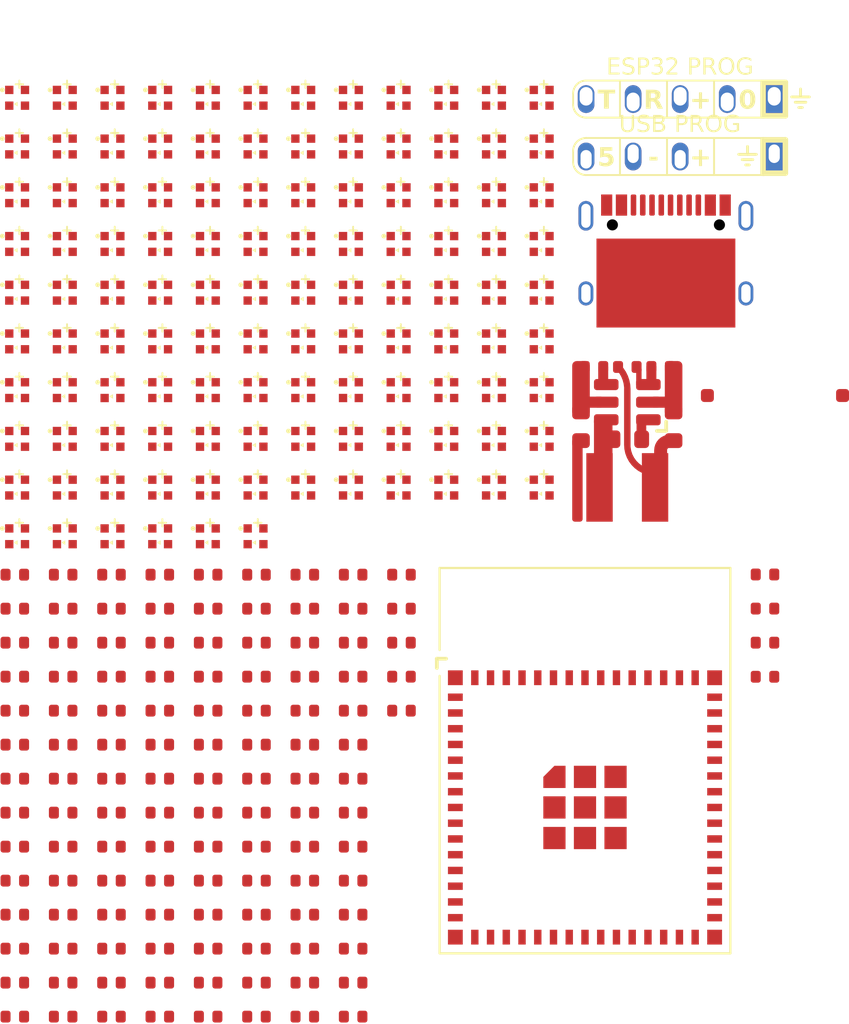
<source format=kicad_pcb>
(kicad_pcb (version 20221018) (generator pcbnew)
  (layers (0 "F.Cu" signal) (31 "B.Cu" signal) (34 "B.Paste" user) (35 "F.Paste" user) (36 "B.SilkS" user "B.Silkscreen") (37 "F.SilkS" user "F.Silkscreen") (38 "B.Mask" user) (39 "F.Mask" user) (44 "Edge.Cuts" user))
  (property "DATE" "2023-05-04")
  (net 0 "")
  (net 1 "VCC")
  (net 2 "GND")
  (net 3 "Net-(D1-O)")
  (net 4 "+3V3")
  (net 5 "Net-(D2-O)")
  (net 6 "Net-(D3-O)")
  (net 7 "Net-(D4-O)")
  (net 8 "Net-(D5-O)")
  (net 9 "Net-(D6-O)")
  (net 10 "Net-(D7-O)")
  (net 11 "Net-(D8-O)")
  (net 12 "Net-(D10-I)")
  (net 13 "Net-(D10-O)")
  (net 14 "Net-(D11-O)")
  (net 15 "Net-(D12-O)")
  (net 16 "Net-(D13-O)")
  (net 17 "Net-(D14-O)")
  (net 18 "Net-(D15-O)")
  (net 19 "Net-(D16-O)")
  (net 20 "Net-(D17-O)")
  (net 21 "Net-(D18-O)")
  (net 22 "Net-(D19-O)")
  (net 23 "Net-(D20-O)")
  (net 24 "Net-(D21-O)")
  (net 25 "Net-(D22-O)")
  (net 26 "Net-(D23-O)")
  (net 27 "Net-(D24-O)")
  (net 28 "Net-(D25-O)")
  (net 29 "Net-(D26-O)")
  (net 30 "Net-(D27-O)")
  (net 31 "Net-(D28-O)")
  (net 32 "Net-(D29-O)")
  (net 33 "Net-(D30-O)")
  (net 34 "Net-(D31-O)")
  (net 35 "Net-(D32-O)")
  (net 36 "Net-(D33-O)")
  (net 37 "Net-(D34-O)")
  (net 38 "Net-(D35-O)")
  (net 39 "Net-(D36-O)")
  (net 40 "Net-(D37-O)")
  (net 41 "Net-(D38-O)")
  (net 42 "Net-(D39-O)")
  (net 43 "Net-(D40-O)")
  (net 44 "Net-(D41-O)")
  (net 45 "Net-(D42-O)")
  (net 46 "Net-(D43-O)")
  (net 47 "Net-(D44-O)")
  (net 48 "Net-(D45-O)")
  (net 49 "Net-(D46-O)")
  (net 50 "Net-(D47-O)")
  (net 51 "Net-(D48-O)")
  (net 52 "Net-(D49-O)")
  (net 53 "Net-(D50-O)")
  (net 54 "Net-(D51-O)")
  (net 55 "Net-(D52-O)")
  (net 56 "Net-(D53-O)")
  (net 57 "Net-(D54-O)")
  (net 58 "Net-(D55-O)")
  (net 59 "Net-(D56-O)")
  (net 60 "Net-(D57-O)")
  (net 61 "Net-(D58-O)")
  (net 62 "Net-(D59-O)")
  (net 63 "Net-(D60-O)")
  (net 64 "Net-(D61-O)")
  (net 65 "Net-(D62-O)")
  (net 66 "Net-(D63-O)")
  (net 67 "Net-(D64-O)")
  (net 68 "Net-(D65-O)")
  (net 69 "Net-(D66-O)")
  (net 70 "Net-(D67-O)")
  (net 71 "Net-(D68-O)")
  (net 72 "Net-(D69-O)")
  (net 73 "Net-(D70-O)")
  (net 74 "Net-(D71-O)")
  (net 75 "Net-(D72-O)")
  (net 76 "Net-(D73-O)")
  (net 77 "Net-(D74-O)")
  (net 78 "Net-(D75-O)")
  (net 79 "Net-(D76-O)")
  (net 80 "Net-(D77-O)")
  (net 81 "Net-(D78-O)")
  (net 82 "Net-(D79-O)")
  (net 83 "Net-(D80-O)")
  (net 84 "Net-(D81-O)")
  (net 85 "Net-(D82-O)")
  (net 86 "Net-(D83-O)")
  (net 87 "Net-(D84-O)")
  (net 88 "Net-(D85-O)")
  (net 89 "Net-(D86-O)")
  (net 90 "Net-(D87-O)")
  (net 91 "Net-(D88-O)")
  (net 92 "Net-(D89-O)")
  (net 93 "Net-(D90-O)")
  (net 94 "Net-(D91-O)")
  (net 95 "Net-(D92-O)")
  (net 96 "Net-(D93-O)")
  (net 97 "Net-(D94-O)")
  (net 98 "Net-(D95-O)")
  (net 99 "Net-(D96-O)")
  (net 100 "Net-(D97-O)")
  (net 101 "Net-(D98-O)")
  (net 102 "Net-(D100-I)")
  (net 103 "Net-(D100-O)")
  (net 104 "Net-(D101-O)")
  (net 105 "Net-(D102-O)")
  (net 106 "Net-(D103-O)")
  (net 107 "Net-(D104-O)")
  (net 108 "Net-(D105-O)")
  (net 109 "Net-(D106-O)")
  (net 110 "Net-(U1-EN)")
  (net 111 "LED")
  (net 112 "DC")
  (net 113 "D+")
  (net 114 "D-")
  (net 115 "BUTTON")
  (net 144 "Net-(J1-CC1)")
  (net 146 "Net-(J1-CC2)")
  (net 148 "Net-(J2-0)")
  (net 149 "Net-(J2-Rx)")
  (net 150 "Net-(J2-Tx)")
  (net 151 "Net-(D107-O)")
  (net 152 "Net-(D108-O)")
  (net 153 "Net-(D109-O)")
  (net 154 "Net-(D110-O)")
  (net 155 "Net-(D111-O)")
  (net 156 "Net-(D112-O)")
  (net 157 "Net-(D113-O)")
  (footprint "RevK:SMD1010" (layer "F.Cu") (at 85.485 80.735)
    (fp_text reference "D43" hide)
    (fp_text value "XL-1010RGBC-WS2812B" hide)
  )
  (footprint "RevK:SMD1010" (layer "F.Cu") (at 72.61 75.475)
    (fp_text reference "D14" hide)
    (fp_text value "XL-1010RGBC-WS2812B" hide)
  )
  (footprint "RevK:C_0402" (layer "F.Cu") (at 82.96 115.1)
    (fp_text reference "C83" hide)
    (fp_text value "100nF" hide)
  )
  (footprint "RevK:C_0402" (layer "F.Cu") (at 88.18 105.925)
    (fp_text reference "C106" hide)
    (fp_text value "100nF" hide)
  )
  (footprint "RevK:C_0603_" (layer "F.Cu") (at 107.82 92.235)
    (fp_text reference "C4" hide)
    (fp_text value "10uF 50V")
  )
  (footprint "RevK:SMD1010" (layer "F.Cu") (at 85.485 83.365)
    (fp_text reference "D55" hide)
    (fp_text value "XL-1010RGBC-WS2812B" hide)
  )
  (footprint "RevK:C_0402" (layer "F.Cu") (at 82.96 107.76)
    (fp_text reference "C79" hide)
    (fp_text value "100nF" hide)
  )
  (footprint "RevK:C_0402" (layer "F.Cu") (at 72.52 122.44)
    (fp_text reference "C31" hide)
    (fp_text value "100nF" hide)
  )
  (footprint "RevK:SMD1010" (layer "F.Cu") (at 77.76 83.365)
    (fp_text reference "D52" hide)
    (fp_text value "XL-1010RGBC-WS2812B" hide)
  )
  (footprint "RevK:C_0402" (layer "F.Cu") (at 85.57 105.925)
    (fp_text reference "C92" hide)
    (fp_text value "100nF" hide)
  )
  (footprint "RevK:C_0402" (layer "F.Cu") (at 72.52 116.935)
    (fp_text reference "C28" hide)
    (fp_text value "100nF" hide)
  )
  (footprint "RevK:R_0402_" (layer "F.Cu") (at 110.42 107.775)
    (fp_text reference "R6" hide)
    (fp_text value "39k2" hide)
  )
  (footprint "RevK:C_0402" (layer "F.Cu") (at 80.35 120.605)
    (fp_text reference "C72" hide)
    (fp_text value "100nF" hide)
  )
  (footprint "RevK:SMD1010" (layer "F.Cu") (at 98.36 80.735)
    (fp_text reference "D48" hide)
    (fp_text value "XL-1010RGBC-WS2812B" hide)
  )
  (footprint "RevK:SMD1010" (layer "F.Cu") (at 75.185 93.885)
    (fp_text reference "D99" hide)
    (fp_text value "XL-1010RGBC-WS2812B" hide)
  )
  (footprint "RevK:SMD1010" (layer "F.Cu") (at 82.91 78.105)
    (fp_text reference "D30" hide)
    (fp_text value "XL-1010RGBC-WS2812B" hide)
  )
  (footprint "RevK:SMD1010" (layer "F.Cu") (at 75.185 80.735)
    (fp_text reference "D39" hide)
    (fp_text value "XL-1010RGBC-WS2812B" hide)
  )
  (footprint "RevK:C_0402" (layer "F.Cu") (at 77.74 122.44)
    (fp_text reference "C59" hide)
    (fp_text value "100nF" hide)
  )
  (footprint "RevK:C_0402" (layer "F.Cu") (at 88.18 116.935)
    (fp_text reference "C112" hide)
    (fp_text value "100nF" hide)
  )
  (footprint "RevK:SMD1010" (layer "F.Cu") (at 77.76 93.885)
    (fp_text reference "D100" hide)
    (fp_text value "XL-1010RGBC-WS2812B" hide)
  )
  (footprint "RevK:C_0402" (layer "F.Cu") (at 85.57 116.935)
    (fp_text reference "C98" hide)
    (fp_text value "100nF" hide)
  )
  (footprint "RevK:SMD1010" (layer "F.Cu") (at 85.485 78.105)
    (fp_text reference "D31" hide)
    (fp_text value "XL-1010RGBC-WS2812B" hide)
  )
  (footprint "RevK:C_0402" (layer "F.Cu") (at 80.35 113.265)
    (fp_text reference "C68" hide)
    (fp_text value "100nF" hide)
  )
  (footprint "RevK:SMD1010" (layer "F.Cu") (at 70.035 96.515)
    (fp_text reference "D109" hide)
    (fp_text value "XL-1010RGBC-WS2812B" hide)
  )
  (footprint "RevK:SMD1010" (layer "F.Cu") (at 80.335 83.365)
    (fp_text reference "D53" hide)
    (fp_text value "XL-1010RGBC-WS2812B" hide)
  )
  (footprint "RevK:SMD1010" (layer "F.Cu") (at 82.91 88.625)
    (fp_text reference "D78" hide)
    (fp_text value "XL-1010RGBC-WS2812B" hide)
  )
  (footprint "RevK:C_0402" (layer "F.Cu") (at 75.13 116.935)
    (fp_text reference "C42" hide)
    (fp_text value "100nF" hide)
  )
  (footprint "RevK:SMD1010" (layer "F.Cu") (at 82.91 75.475)
    (fp_text reference "D18" hide)
    (fp_text value "XL-1010RGBC-WS2812B" hide)
  )
  (footprint "RevK:SMD1010" (layer "F.Cu") (at 75.185 83.365)
    (fp_text reference "D51" hide)
    (fp_text value "XL-1010RGBC-WS2812B" hide)
  )
  (footprint "RevK:C_0402" (layer "F.Cu") (at 90.79 102.255)
    (fp_text reference "C118" hide)
    (fp_text value "100nF" hide)
  )
  (footprint "RevK:C_0402" (layer "F.Cu") (at 72.52 111.43)
    (fp_text reference "C25" hide)
    (fp_text value "100nF" hide)
  )
  (footprint "RevK:SMD1010" (layer "F.Cu") (at 93.21 75.475)
    (fp_text reference "D22" hide)
    (fp_text value "XL-1010RGBC-WS2812B" hide)
  )
  (footprint "RevK:C_0402" (layer "F.Cu") (at 75.13 98.585)
    (fp_text reference "C32" hide)
    (fp_text value "100nF" hide)
  )
  (footprint "RevK:SMD1010" (layer "F.Cu") (at 82.91 96.515)
    (fp_text reference "D114" hide)
    (fp_text value "XL-1010RGBC-WS2812B" hide)
  )
  (footprint "RevK:C_0402" (layer "F.Cu") (at 85.57 115.1)
    (fp_text reference "C97" hide)
    (fp_text value "100nF" hide)
  )
  (footprint "RevK:SMD1010" (layer "F.Cu") (at 72.61 88.625)
    (fp_text reference "D74" hide)
    (fp_text value "XL-1010RGBC-WS2812B" hide)
  )
  (footprint "RevK:C_0402" (layer "F.Cu") (at 82.96 100.42)
    (fp_text reference "C75" hide)
    (fp_text value "100nF" hide)
  )
  (footprint "RevK:SMD1010" (layer "F.Cu") (at 93.21 78.105)
    (fp_text reference "D34" hide)
    (fp_text value "XL-1010RGBC-WS2812B" hide)
  )
  (footprint "RevK:C_0402" (layer "F.Cu") (at 80.35 100.42)
    (fp_text reference "C61" hide)
    (fp_text value "100nF" hide)
  )
  (footprint "RevK:SMD1010" (layer "F.Cu") (at 70.035 72.845)
    (fp_text reference "D1" hide)
    (fp_text value "XL-1010RGBC-WS2812B" hide)
  )
  (footprint "RevK:C_0402" (layer "F.Cu") (at 72.52 105.925)
    (fp_text reference "C22" hide)
    (fp_text value "100nF" hide)
  )
  (footprint "RevK:C_0402" (layer "F.Cu") (at 77.74 105.925)
    (fp_text reference "C50" hide)
    (fp_text value "100nF" hide)
  )
  (footprint "RevK:C_0402" (layer "F.Cu") (at 69.91 102.255)
    (fp_text reference "C3" hide)
    (fp_text value "1uF" hide)
  )
  (footprint "RevK:SMD1010" (layer "F.Cu") (at 93.21 88.625)
    (fp_text reference "D82" hide)
    (fp_text value "XL-1010RGBC-WS2812B" hide)
  )
  (footprint "RevK:SMD1010" (layer "F.Cu") (at 85.485 88.625)
    (fp_text reference "D79" hide)
    (fp_text value "XL-1010RGBC-WS2812B" hide)
  )
  (footprint "RevK:SMD1010" (layer "F.Cu") (at 72.61 96.515)
    (fp_text reference "D110" hide)
    (fp_text value "XL-1010RGBC-WS2812B" hide)
  )
  (footprint "RevK:C_0402" (layer "F.Cu") (at 88.18 107.76)
    (fp_text reference "C107" hide)
    (fp_text value "100nF" hide)
  )
  (footprint "RevK:C_0402" (layer "F.Cu") (at 75.13 113.265)
    (fp_text reference "C40" hide)
    (fp_text value "100nF" hide)
  )
  (footprint "RevK:SMD1010" (layer "F.Cu") (at 80.335 91.255)
    (fp_text reference "D89" hide)
    (fp_text value "XL-1010RGBC-WS2812B" hide)
  )
  (footprint "RevK:C_0402" (layer "F.Cu") (at 88.18 98.585)
    (fp_text reference "C102" hide)
    (fp_text value "100nF" hide)
  )
  (footprint "RevK:C_0402" (layer "F.Cu") (at 80.35 102.255)
    (fp_text reference "C62" hide)
    (fp_text value "100nF" hide)
  )
  (footprint "RevK:SMD1010" (layer "F.Cu") (at 70.035 80.735)
    (fp_text reference "D37" hide)
    (fp_text value "XL-1010RGBC-WS2812B" hide)
  )
  (footprint "RevK:C_0402" (layer "F.Cu") (at 90.79 100.42)
    (fp_text reference "C117" hide)
    (fp_text value "100nF" hide)
  )
  (footprint "RevK:C_0402" (layer "F.Cu") (at 88.18 122.44)
    (fp_text reference "C115" hide)
    (fp_text value "100nF" hide)
  )
  (footprint "RevK:C_0402" (layer "F.Cu") (at 77.74 104.09)
    (fp_text reference "C49" hide)
    (fp_text value "100nF" hide)
  )
  (footprint "RevK:SMD1010" (layer "F.Cu") (at 80.335 85.995)
    (fp_text reference "D65" hide)
    (fp_text value "XL-1010RGBC-WS2812B" hide)
  )
  (footprint "RevK:C_0402" (layer "F.Cu") (at 77.74 113.265)
    (fp_text reference "C54" hide)
    (fp_text value "100nF" hide)
  )
  (footprint "RevK:C_0402" (layer "F.Cu") (at 69.91 111.43)
    (fp_text reference "C11" hide)
    (fp_text value "100nF" hide)
  )
  (footprint "RevK:C_0402" (layer "F.Cu") (at 69.91 115.1)
    (fp_text reference "C13" hide)
    (fp_text value "100nF" hide)
  )
  (footprint "RevK:SOT-23-6-MD8942" (layer "F.Cu") (at 102.985 89.275)
    (fp_text reference "U2" hide)
    (fp_text value "MD8942")
  )
  (footprint "RevK:SMD1010" (layer "F.Cu") (at 88.06 72.845)
    (fp_text reference "D8" hide)
    (fp_text value "XL-1010RGBC-WS2812B" hide)
  )
  (footprint "RevK:C_0402" (layer "F.Cu") (at 85.57 104.09)
    (fp_text reference "C91" hide)
    (fp_text value "100nF" hide)
  )
  (footprint "RevK:C_0402" (layer "F.Cu") (at 72.52 102.255)
    (fp_text reference "C20" hide)
    (fp_text value "100nF" hide)
  )
  (footprint "RevK:C_0402" (layer "F.Cu") (at 88.18 109.595)
    (fp_text reference "C108" hide)
    (fp_text value "100nF" hide)
  )
  (footprint "RevK:SMD1010" (layer "F.Cu") (at 85.485 72.845)
    (fp_text reference "D7" hide)
    (fp_text value "XL-1010RGBC-WS2812B" hide)
  )
  (footprint "RevK:SMD1010" (layer "F.Cu") (at 80.335 75.475)
    (fp_text reference "D17" hide)
    (fp_text value "XL-1010RGBC-WS2812B" hide)
  )
  (footprint "RevK:C_0402" (layer "F.Cu") (at 77.74 100.42)
    (fp_text reference "C47" hide)
    (fp_text value "100nF" hide)
  )
  (footprint "RevK:C_0603_" (layer "F.Cu") (at 107.82 96.075)
    (fp_text reference "C6" hide)
    (fp_text value "100nF")
  )
  (footprint "RevK:SMD1010" (layer "F.Cu") (at 85.485 75.475)
    (fp_text reference "D19" hide)
    (fp_text value "XL-1010RGBC-WS2812B" hide)
  )
  (footprint "RevK:SMD1010" (layer "F.Cu") (at 88.06 88.625)
    (fp_text reference "D80" hide)
    (fp_text value "XL-1010RGBC-WS2812B" hide)
  )
  (footprint "RevK:SMD1010" (layer "F.Cu") (at 70.035 93.885)
    (fp_text reference "D97" hide)
    (fp_text value "XL-1010RGBC-WS2812B" hide)
  )
  (footprint "RevK:C_0402" (layer "F.Cu") (at 85.57 107.76)
    (fp_text reference "C93" hide)
    (fp_text value "100nF" hide)
  )
  (footprint "RevK:C_0402" (layer "F.Cu") (at 77.74 115.1)
    (fp_text reference "C55" hide)
    (fp_text value "100nF" hide)
  )
  (footprint "RevK:C_0402" (layer "F.Cu") (at 82.96 122.44)
    (fp_text reference "C87" hide)
    (fp_text value "100nF" hide)
  )
  (footprint "RevK:C_0402" (layer "F.Cu") (at 82.96 120.605)
    (fp_text reference "C86" hide)
    (fp_text value "100nF" hide)
  )
  (footprint "RevK:SMD1010" (layer "F.Cu") (at 95.785 91.255)
    (fp_text reference "D95" hide)
    (fp_text value "XL-1010RGBC-WS2812B" hide)
  )
  (footprint "RevK:C_0402" (layer "F.Cu") (at 80.35 111.43)
    (fp_text reference "C67" hide)
    (fp_text value "100nF" hide)
  )
  (footprint "RevK:SMD1010" (layer "F.Cu") (at 80.335 80.735)
    (fp_text reference "D41" hide)
    (fp_text value "XL-1010RGBC-WS2812B" hide)
  )
  (footprint "RevK:C_0402" (layer "F.Cu") (at 82.96 98.585)
    (fp_text reference "C74" hide)
    (fp_text value "100nF" hide)
  )
  (footprint "RevK:SMD1010" (layer "F.Cu") (at 72.61 85.995)
    (fp_text reference "D62" hide)
    (fp_text value "XL-1010RGBC-WS2812B" hide)
  )
  (footprint "RevK:C_0402" (layer "F.Cu") (at 75.13 107.76)
    (fp_text reference "C37" hide)
    (fp_text value "100nF" hide)
  )
  (footprint "RevK:USB-PROG" (layer "F.Cu") (at 105.84 76.015)
    (fp_text reference "J3" hide)
    (fp_text value "USB-PROG" hide)
  )
  (footprint "RevK:C_0402" (layer "F.Cu") (at 82.96 105.925)
    (fp_text reference "C78" hide)
    (fp_text value "100nF" hide)
  )
  (footprint "RevK:C_0402" (layer "F.Cu") (at 88.18 120.605)
    (fp_text reference "C114" hide)
    (fp_text value "100nF" hide)
  )
  (footprint "RevK:SMD1010" (layer "F.Cu") (at 70.035 91.255)
    (fp_text reference "D85" hide)
    (fp_text value "XL-1010RGBC-WS2812B" hide)
  )
  (footprint "RevK:C_0402" (layer "F.Cu") (at 77.74 111.43)
    (fp_text reference "C53" hide)
    (fp_text value "100nF" hide)
  )
  (footprint "RevK:R_0402" (layer "F.Cu") (at 110.42 100.415)
    (fp_text reference "R2" hide)
    (fp_text value "5K1" hide)
  )
  (footprint "RevK:C_0402" (layer "F.Cu") (at 77.74 102.255)
    (fp_text reference "C48" hide)
    (fp_text value "100nF" hide)
  )
  (footprint "RevK:SMD1010" (layer "F.Cu") (at 72.61 83.365)
    (fp_text reference "D50" hide)
    (fp_text value "XL-1010RGBC-WS2812B" hide)
  )
  (footprint "RevK:C_0402" (layer "F.Cu") (at 80.35 98.585)
    (fp_text reference "C60" hide)
    (fp_text value "100nF" hide)
  )
  (footprint "RevK:C_0402" (layer "F.Cu") (at 82.96 111.43)
    (fp_text reference "C81" hide)
    (fp_text value "100nF" hide)
  )
  (footprint "RevK:SMD1010" (layer "F.Cu") (at 88.06 80.735)
    (fp_text reference "D44" hide)
    (fp_text value "XL-1010RGBC-WS2812B" hide)
  )
  (footprint "RevK:SMD1010" (layer "F.Cu") (at 75.185 91.255)
    (fp_text reference "D87" hide)
    (fp_text value "XL-1010RGBC-WS2812B" hide)
  )
  (footprint "RevK:C_0402" (layer "F.Cu") (at 77.74 120.605)
    (fp_text reference "C58" hide)
    (fp_text value "100nF" hide)
  )
  (footprint "RevK:SMD1010" (layer "F.Cu") (at 70.035 88.625)
    (fp_text reference "D73" hide)
    (fp_text value "XL-1010RGBC-WS2812B" hide)
  )
  (footprint "RevK:SMD1010" (layer "F.Cu") (at 77.76 91.255)
    (fp_text reference "D88" hide)
    (fp_text value "XL-1010RGBC-WS2812B" hide)
  )
  (footprint "RevK:C_0402" (layer "F.Cu") (at 77.74 116.935)
    (fp_text reference "C56" hide)
    (fp_text value "100nF" hide)
  )
  (footprint "RevK:SMD1010" (layer "F.Cu") (at 75.185 72.845)
    (fp_text reference "D3" hide)
    (fp_text value "XL-1010RGBC-WS2812B" hide)
  )
  (footprint "RevK:SMD1010" (layer "F.Cu") (at 80.335 93.885)
    (fp_text reference "D101" hide)
    (fp_text value "XL-1010RGBC-WS2812B" hide)
  )
  (footprint "RevK:SMD1010" (layer "F.Cu") (at 80.335 96.515)
    (fp_text reference "D113" hide)
    (fp_text value "XL-1010RGBC-WS2812B" hide)
  )
  (footprint "RevK:C_0402" (layer "F.Cu") (at 80.35 122.44)
    (fp_text reference "C73" hide)
    (fp_text value "100nF" hide)
  )
  (footprint "RevK:C_0402" (layer "F.Cu") (at 75.13 122.44)
    (fp_text reference "C45" hide)
    (fp_text value "100nF" hide)
  )
  (footprint "RevK:SMD1010" (layer "F.Cu") (at 72.61 78.105)
    (fp_text reference "D26" hide)
    (fp_text value "XL-1010RGBC-WS2812B" hide)
  )
  (footprint "RevK:SMD1010" (layer "F.Cu") (at 98.36 93.885)
    (fp_text reference "D108" hide)
    (fp_text value "XL-1010RGBC-WS2812B" hide)
  )
  (footprint "RevK:SMD1010" (layer "F.Cu") (at 90.635 78.105)
    (fp_text reference "D33" hide)
    (fp_text value "XL-1010RGBC-WS2812B" hide)
  )
  (footprint "RevK:SMD1010" (layer "F.Cu") (at 95.785 85.995)
    (fp_text reference "D71" hide)
    (fp_text value "XL-1010RGBC-WS2812B" hide)
  )
  (footprint "RevK:C_0402" (layer "F.Cu") (at 69.91 98.585)
    (fp_text reference "C1" hide)
    (fp_text value "100nF" hide)
  )
  (footprint "RevK:C_0402" (layer "F.Cu") (at 69.91 118.77)
    (fp_text reference "C15" hide)
    (fp_text value "100nF" hide)
  )
  (footprint "RevK:R_0402" (layer "F.Cu") (at 110.42 102.255)
    (fp_text reference "R3" hide)
    (fp_text value "10K" hide)
  )
  (footprint "RevK:C_0402" (layer "F.Cu") (at 80.35 118.77)
    (fp_text reference "C71" hide)
    (fp_text value "100nF" hide)
  )
  (footprint "RevK:SMD1010" (layer "F.Cu") (at 70.035 83.365)
    (fp_text reference "D49" hide)
    (fp_text value "XL-1010RGBC-WS2812B" hide)
  )
  (footprint "RevK:SMD1010" (layer "F.Cu") (at 98.36 85.995)
    (fp_text reference "D72" hide)
    (fp_text value "XL-1010RGBC-WS2812B" hide)
  )
  (footprint "RevK:SMD1010" (layer "F.Cu") (at 85.485 85.995)
    (fp_text reference "D67" hide)
    (fp_text value "XL-1010RGBC-WS2812B" hide)
  )
  (footprint "RevK:SMD1010" (layer "F.Cu") (at 98.36 72.845)
    (fp_text reference "D12" hide)
    (fp_text value "XL-1010RGBC-WS2812B" hide)
  )
  (footprint "RevK:C_0402" (layer "F.Cu") (at 69.91 107.76)
    (fp_text reference "C9" hide)
    (fp_text value "100nF" hide)
  )
  (footprint "RevK:C_0402" (layer "F.Cu") (at 69.91 113.265)
    (fp_text reference "C12" hide)
    (fp_text value "100nF" hide)
  )
  (footprint "RevK:C_0402" (layer "F.Cu") (at 88.18 102.255)
    (fp_text reference "C104" hide)
    (fp_text value "100nF" hide)
  )
  (footprint "RevK:SMD1010" (layer "F.Cu") (at 88.06 83.365)
    (fp_text reference "D56" hide)
    (fp_text value "XL-1010RGBC-WS2812B" hide)
  )
  (footprint "RevK:C_0402" (layer "F.Cu") (at 72.52 107.76)
    (fp_text reference "C23" hide)
    (fp_text value "100nF" hide)
  )
  (footprint "RevK:SMD1010" (layer "F.Cu") (at 90.635 72.845)
    (fp_text reference "D9" hide)
    (fp_text value "XL-1010RGBC-WS2812B" hide)
  )
  (footprint "RevK:SMD1010" (layer "F.Cu") (at 95.785 80.735)
    (fp_text reference "D47" hide)
    (fp_text value "XL-1010RGBC-WS2812B" hide)
  )
  (footprint "RevK:SMD1010" (layer "F.Cu") (at 88.06 85.995)
    (fp_text reference "D68" hide)
    (fp_text value "XL-1010RGBC-WS2812B" hide)
  )
  (footprint "RevK:R_0402" (layer "F.Cu") (at 110.42 104.095)
    (fp_text reference "R4" hide)
    (fp_text value "10K" hide)
  )
  (footprint "RevK:C_0402" (layer "F.Cu") (at 72.52 118.77)
    (fp_text reference "C29" hide)
    (fp_text value "100nF" hide)
  )
  (footprint "RevK:C_0402" (layer "F.Cu") (at 80.35 107.76)
    (fp_text reference "C65" hide)
    (fp_text value "100nF" hide)
  )
  (footprint "RevK:SMD1010" (layer "F.Cu") (at 95.785 75.475)
    (fp_text reference "D23" hide)
    (fp_text value "XL-1010RGBC-WS2812B" hide)
  )
  (footprint "RevK:C_0402" (layer "F.Cu") (at 69.91 100.42)
    (fp_text reference "C2" hide)
    (fp_text value "22uF" hide)
  )
  (footprint "RevK:SMD1010" (layer "F.Cu") (at 75.185 96.515)
    (fp_text reference "D111" hide)
    (fp_text value "XL-1010RGBC-WS2812B" hide)
  )
  (footprint "RevK:C_0402" (layer "F.Cu") (at 75.13 111.43)
    (fp_text reference "C39" hide)
    (fp_text value "100nF" hide)
  )
  (footprint "RevK:C_0402" (layer "F.Cu") (at 77.74 98.585)
    (fp_text reference "C46" hide)
    (fp_text value "100nF" hide)
  )
  (footprint "RevK:SMD1010" (layer "F.Cu") (at 82.91 91.255)
    (fp_text reference "D90" hide)
    (fp_text value "XL-1010RGBC-WS2812B" hide)
  )
  (footprint "RevK:SMD1010" (layer "F.Cu") (at 95.785 88.625)
    (fp_text reference "D83" hide)
    (fp_text value "XL-1010RGBC-WS2812B" hide)
  )
  (footprint "RevK:SMD1010" (layer "F.Cu") (at 77.76 96.515)
    (fp_text reference "D112" hide)
    (fp_text value "XL-1010RGBC-WS2812B" hide)
  )
  (footprint "RevK:SMD1010" (layer "F.Cu") (at 98.36 75.475)
    (fp_text reference "D24" hide)
    (fp_text value "XL-1010RGBC-WS2812B" hide)
  )
  (footprint "RevK:C_0402" (layer "F.Cu") (at 80.35 116.935)
    (fp_text reference "C70" hide)
    (fp_text value "100nF" hide)
  )
  (footprint "RevK:C_0402" (layer "F.Cu") (at 69.91 109.595)
    (fp_text reference "C10" hide)
    (fp_text value "100nF" hide)
  )
  (footprint "RevK:SMD1010" (layer "F.Cu") (at 88.06 91.255)
    (fp_text reference "D92" hide)
    (fp_text value "XL-1010RGBC-WS2812B" hide)
  )
  (footprint "RevK:C_0402" (layer "F.Cu") (at 75.13 104.09)
    (fp_text reference "C35" hide)
    (fp_text value "100nF" hide)
  )
  (footprint "RevK:SMD1010" (layer "F.Cu") (at 90.635 93.885)
    (fp_text reference "D105" hide)
    (fp_text value "XL-1010RGBC-WS2812B" hide)
  )
  (footprint "RevK:SMD1010" (layer "F.Cu") (at 95.785 78.105)
    (fp_text reference "D35" hide)
    (fp_text value "XL-1010RGBC-WS2812B" hide)
  )
  (footprint "RevK:SMD1010" (layer "F.Cu") (at 98.36 88.625)
    (fp_text reference "D84" hide)
    (fp_text value "XL-1010RGBC-WS2812B" hide)
  )
  (footprint "RevK:SMD1010" (layer "F.Cu") (at 82.91 80.735)
    (fp_text reference "D42" hide)
    (fp_text value "XL-1010RGBC-WS2812B" hide)
  )
  (footprint "RevK:C_0402" (layer "F.Cu") (at 77.74 118.77)
    (fp_text reference "C57" hide)
    (fp_text value "100nF" hide)
  )
  (footprint "RevK:R_0402_" (layer "F.Cu") (at 110.42 105.935)
    (fp_text reference "R5" hide)
    (fp_text value "124k" hide)
  )
  (footprint "RevK:SMD1010" (layer "F.Cu") (at 95.785 83.365)
    (fp_text reference "D59" hide)
    (fp_text value "XL-1010RGBC-WS2812B" hide)
  )
  (footprint "RevK:SMD1010" (layer "F.Cu") (at 88.06 75.475)
    (fp_text reference "D20" hide)
    (fp_text value "XL-1010RGBC-WS2812B" hide)
  )
  (footprint "RevK:C_0402" (layer "F.Cu") (at 69.91 116.935)
    (fp_text reference "C14" hide)
    (fp_text value "100nF" hide)
  )
  (footprint "RevK:SMD1010" (layer "F.Cu") (at 88.06 93.885)
    (fp_text reference "D104" hide)
    (fp_text value "XL-1010RGBC-WS2812B" hide)
  )
  (footprint "RevK:C_0402" (layer "F.Cu") (at 82.96 104.09)
    (fp_text reference "C77" hide)
    (fp_text value "100nF" hide)
  )
  (footprint "RevK:SMD1010" (layer "F.Cu") (at 70.035 75.475)
    (fp_text reference "D13" hide)
    (fp_text value "XL-1010RGBC-WS2812B" hide)
  )
  (footprint "RevK:C_0402" (layer "F.Cu") (at 85.57 100.42)
    (fp_text reference "C89" hide)
    (fp_text value "100nF" hide)
  )
  (footprint "RevK:R_0402" (layer "F.Cu") (at 110.42 98.575)
    (fp_text reference "R1" hide)
    (fp_text value "5K1" hide)
  )
  (footprint "RevK:C_0402" (layer "F.Cu") (at 88.18 104.09)
    (fp_text reference "C105" hide)
    (fp_text value "100nF" hide)
  )
  (footprint "RevK:SMD1010" (layer "F.Cu") (at 85.485 91.255)
    (fp_text reference "D91" hide)
    (fp_text value "XL-1010RGBC-WS2812B" hide)
  )
  (footprint "RevK:SMD1010" (layer "F.Cu") (at 77.76 75.475)
    (fp_text reference "D16" hide)
    (fp_text value "XL-1010RGBC-WS2812B" hide)
  )
  (footprint "RevK:C_0402" (layer "F.Cu") (at 72.52 100.42)
    (fp_text reference "C19" hide)
    (fp_text value "100nF" hide)
  )
  (footprint "RevK:SMD1010" (layer "F.Cu") (at 82.91 85.995)
    (fp_text reference "D66" hide)
    (fp_text value "XL-1010RGBC-WS2812B" hide)
  )
  (footprint "RevK:SMD1010" (layer "F.Cu") (at 72.61 91.255)
    (fp_text reference "D86" hide)
    (fp_text value "XL-1010RGBC-WS2812B" hide)
  )
  (footprint "RevK:SMD1010" (layer "F.Cu") (at 80.335 78.105)
    (fp_text reference "D29" hide)
    (fp_text value "XL-1010RGBC-WS2812B" hide)
  )
  (footprint "RevK:SMD1010" (layer "F.Cu") (at 85.485 93.885)
    (fp_text reference "D103" hide)
    (fp_text value "XL-1010RGBC-WS2812B" hide)
  )
  (footprint "RevK:C_0402" (layer "F.Cu") (at 75.13 115.1)
    (fp_text reference "C41" hide)
    (fp_text value "100nF" hide)
  )
  (footprint "RevK:C_0402" (layer "F.Cu") (at 88.18 115.1)
    (fp_text reference "C111" hide)
    (fp_text value "100nF" hide)
  )
  (footprint "RevK:SMD1010" (layer "F.Cu") (at 90.635 75.475)
    (fp_text reference "D21" hide)
    (fp_text value "XL-1010RGBC-WS2812B" hide)
  )
  (footprint "RevK:C_0402" (layer "F.Cu") (at 82.96 116.935)
    (fp_text reference "C84" hide)
    (fp_text value "100nF" hide)
  )
  (footprint "RevK:C_0402" (layer "F.Cu") (at 69.91 105.925)
    (fp_text reference "C8" hide)
    (fp_text value "100nF" hide)
  )
  (footprint "RevK:C_0402" (layer "F.Cu") (at 69.91 120.605)
    (fp_text reference "C16" hide)
    (fp_text value "100nF" hide)
  )
  (footprint "RevK:SMD1010" (layer "F.Cu") (at 90.635 88.625)
    (fp_text reference "D81" hide)
    (fp_text value "XL-1010RGBC-WS2812B" hide)
  )
  (footprint "RevK:C_0402" (layer "F.Cu") (at 72.52 109.595)
    (fp_text reference "C24" hide)
    (fp_text value "100nF" hide)
  )
  (footprint "RevK:C_0402" (layer "F.Cu") (at 69.91 104.09)
    (fp_text reference "C7" hide)
    (fp_text value "100nF" hide)
  )
  (footprint "RevK:SMD1010" (layer "F.Cu") (at 98.36 91.255)
    (fp_text reference "D96" hide)
    (fp_text value "XL-1010RGBC-WS2812B" hide)
  )
  (footprint "RevK:C_0402" (layer "F.Cu") (at 85.57 102.255)
    (fp_text reference "C90" hide)
    (fp_text value "100nF" hide)
  )
  (footprint "RevK:C_0402" (layer "F.Cu") (at 72.52 104.09)
    (fp_text reference "C21" hide)
    (fp_text value "100nF" hide)
  )
  (footprint "RevK:C_0402" (layer "F.Cu") (at 75.13 105.925)
    (fp_text reference "C36" hide)
    (fp_text value "100nF" hide)
  )
  (footprint "RevK:C_0402" (layer "F.Cu") (at 80.35 105.925)
    (fp_text reference "C64" hide)
    (fp_text value "100nF" hide)
  )
  (footprint "RevK:SMD1010" (layer "F.Cu") (at 98.36 83.365)
    (fp_text reference "D60" hide)
    (fp_text value "XL-1010RGBC-WS2812B" hide)
  )
  (footprint "RevK:R_0402_" (layer "F.Cu") (at 110.42 109.615)
    (fp_text reference "R7" hide)
    (fp_text value "1M" hide)
  )
  (footprint "RevK:SMD1010" (layer "F.Cu") (at 77.76 88.625)
    (fp_text reference "D76" hide)
    (fp_text value "XL-1010RGBC-WS2812B" hide)
  )
  (footprint "RevK:C_0402" (layer "F.Cu") (at 82.96 118.77)
    (fp_text reference "C85" hide)
    (fp_text value "100nF" hide)
  )
  (footprint "RevK:C_0402" (layer "F.Cu") (at 88.18 111.43)
    (fp_text reference "C109" hide)
    (fp_text value "100nF" hide)
  )
  (footprint "RevK:SMD1010" (layer "F.Cu") (at 77.76 72.845)
    (fp_text reference "D4" hide)
    (fp_text value "XL-1010RGBC-WS2812B" hide)
  )
  (footprint "RevK:C_0402" (layer "F.Cu") (at 88.18 100.42)
    (fp_text reference "C103" hide)
    (fp_text value "100nF" hide)
  )
  (footprint "RevK:C_0402" (layer "F.Cu") (at 85.57 120.605)
    (fp_text reference "C100" hide)
    (fp_text value "100nF" hide)
  )
  (footprint "RevK:SMD1010" (layer "F.Cu") (at 88.06 78.105)
    (fp_text reference "D32" hide)
    (fp_text value "XL-1010RGBC-WS2812B" hide)
  )
  (footprint "RevK:SMD1010" (layer "F.Cu") (at 93.21 83.365)
    (fp_text reference "D58" hide)
    (fp_text value "XL-1010RGBC-WS2812B" hide)
  )
  (footprint "RevK:USC16-TR" (layer "F.Cu") (at 105.07 81.095)
    (fp_text reference "J1" hide)
    (fp_text value "USB-C")
  )
  (footprint "RevK:SMD1010" (layer "F.Cu") (at 72.61 80.735)
    (fp_text reference "D38" hide)
    (fp_text value "XL-1010RGBC-WS2812B" hide)
  )
  (footprint "RevK:SMD1010" (layer "F.Cu") (at 77.76 78.105)
    (fp_text reference "D28" hide)
    (fp_text value "XL-1010RGBC-WS2812B" hide)
  )
  (footprint "RevK:SMD1010" (layer "F.Cu") (at 75.185 78.105)
    (fp_text reference "D27" hide)
    (fp_text value "XL-1010RGBC-WS2812B" hide)
  )
  (footprint "RevK:SMD1010" (layer "F.Cu") (at 75.185 75.475)
    (fp_text reference "D15" hide)
    (fp_text value "XL-1010RGBC-WS2812B" hide)
  )
  (footprint "RevK:SMD1010" (layer "F.Cu") (at 95.785 93.885)
    (fp_text reference "D107" hide)
    (fp_text value "XL-1010RGBC-WS2812B" hide)
  )
  (footprint "RevK:C_0402" (layer "F.Cu") (at 75.13 109.595)
    (fp_text reference "C38" hide)
    (fp_text value "100nF" hide)
  )
  (footprint "RevK:C_0402" (layer "F.Cu") (at 72.52 120.605)
    (fp_text reference "C30" hide)
    (fp_text value "100nF" hide)
  )
  (footprint "RevK:C_0402" (layer "F.Cu") (at 90.79 98.585)
    (fp_text reference "C116" hide)
    (fp_text value "100nF" hide)
  )
  (footprint "RevK:SMD1010" (layer "F.Cu") (at 75.185 85.995)
    (fp_text reference "D63" hide)
    (fp_text value "XL-1010RGBC-WS2812B" hide)
  )
  (footprint "RevK:C_0402" (layer "F.Cu") (at 90.79 105.925)
    (fp_text reference "C120" hide)
    (fp_text value "100nF" hide)
  )
  (footprint "RevK:SMD1010" (layer "F.Cu") (at 93.21 80.735)
    (fp_text reference "D46" hide)
    (fp_text value "XL-1010RGBC-WS2812B" hide)
  )
  (footprint "RevK:TS-1092S-B3D2-G" (layer "F.Cu") (at 110.96 88.915)
    (fp_text reference "SW1" hide)
    (fp_text value "SW_Push")
  )
  (footprint "RevK:C_0402" (layer "F.Cu") (at 80.35 104.09)
    (fp_text reference "C63" hide)
    (fp_text value "100nF" hide)
  )
  (footprint "RevK:C_0402" (layer "F.Cu") (at 85.57 113.265)
    (fp_text reference "C96" hide)
    (fp_text value "100nF" hide)
  )
  (footprint "RevK:C_0402" (layer "F.Cu") (at 85.57 111.43)
    (fp_text reference "C95" hide)
    (fp_text value "100nF" hide)
  )
  (footprint "RevK:SMD1010" (layer "F.Cu") (at 93.21 91.255)
    (fp_text reference "D94" hide)
    (fp_text value "XL-1010RGBC-WS2812B" hide)
  )
  (footprint "RevK:SMD1010" (layer "F.Cu") (at 70.035 78.105)
    (fp_text reference "D25" hide)
    (fp_text value "XL-1010RGBC-WS2812B" hide)
  )
  (footprint "RevK:C_0402" (layer "F.Cu") (at 88.18 113.265)
    (fp_text reference "C110" hide)
    (fp_text value "100nF" hide)
  )
  (footprint "RevK:C_0402" (layer "F.Cu") (at 75.13 102.255)
    (fp_text reference "C34" hide)
    (fp_text value "100nF" hide)
  )
  (footprint "RevK:SMD1010" (layer "F.Cu") (at 90.635 85.995)
    (fp_text reference "D69" hide)
    (fp_text value "XL-1010RGBC-WS2812B" hide)
  )
  (footprint "RevK:C_0402" (layer "F.Cu") (at 82.96 109.595)
    (fp_text reference "C80" hide)
    (fp_text value "100nF" hide)
  )
  (footprint "RevK:L_4x4_" (layer "F.Cu") (at 111.74 93.835)
    (fp_text reference "L1" hide)
    (fp_text value "10uH")
  )
  (footprint "RevK:C_0402" (layer "F.Cu") (at 85.57 122.44)
    (fp_text reference "C101" hide)
    (fp_text value "100nF" hide)
  )
  (footprint "RevK:C_0603_" (layer "F.Cu") (at 107.82 94.155)
    (fp_text reference "C5" hide)
    (fp_text value "10uF 6.3V")
  )
  (footprint "RevK:C_0402" (layer "F.Cu") (at 88.18 118.77)
    (fp_text reference "C113" hide)
    (fp_text value "100nF" hide)
  )
  (footprint "RevK:C_0402" (layer "F.Cu") (at 69.91 122.44)
    (fp_text reference "C17" hide)
    (fp_text value "100nF" hide)
  )
  (footprint "RevK:C_0402" (layer "F.Cu") (at 80.35 109.595)
    (fp_text reference "C66" hide)
    (fp_text value "100nF" hide)
  )
  (footprint "RevK:SMD1010" (layer "F.Cu") (at 72.61 72.845)
    (fp_text reference "D2" hide)
    (fp_text value "XL-1010RGBC-WS2812B" hide)
  )
  (footprint "RevK:SMD1010" (layer "F.Cu") (at 77.76 85.995)
    (fp_text reference "D64" hide)
    (fp_text value "XL-1010RGBC-WS2812B" hide)
  )
  (footprint "RevK:C_0402" (layer "F.Cu") (at 85.57 98.585)
    (fp_text reference "C88" hide)
    (fp_text value "100nF" hide)
  )
  (footprint "RevK:SMD1010" (layer "F.Cu") (at 90.635 83.365)
    (fp_text reference "D57" hide)
    (fp_text value "XL-1010RGBC-WS2812B" hide)
  )
  (footprint "RevK:SMD1010" (layer "F.Cu") (at 90.635 91.255)
    (fp_text reference "D93" hide)
    (fp_text value "XL-1010RGBC-WS2812B" hide)
  )
  (footprint "RevK:C_0402" (layer "F.Cu") (at 90.79 104.09)
    (fp_text reference "C119" hide)
    (fp_text value "100nF" hide)
  )
  (footprint "RevK:SMD1010" (layer "F.Cu") (at 80.335 72.845)
    (fp_text reference "D5" hide)
    (fp_text value "XL-1010RGBC-WS2812B" hide)
  )
  (footprint "RevK:SMD1010" (layer "F.Cu") (at 93.21 85.995)
    (fp_text reference "D70" hide)
    (fp_text value "XL-1010RGBC-WS2812B" hide)
  )
  (footprint "RevK:SMD1010" (layer "F.Cu") (at 80.335 88.625)
    (fp_text reference "D77" hide)
    (fp_text value "XL-1010RGBC-WS2812B" hide)
  )
  (footprint "RevK:C_0402" (layer "F.Cu") (at 82.96 113.265)
    (fp_text reference "C82" hide)
    (fp_text value "100nF" hide)
  )
  (footprint "RevK:C_0402" (layer "F.Cu") (at 75.13 100.42)
    (fp_text reference "C33" hide)
    (fp_text value "100nF" hide)
  )
  (footprint "RevK:C_0402" (layer "F.Cu") (at 85.57 109.595)
    (fp_text reference "C94" hide)
    (fp_text value "100nF" hide)
  )
  (footprint "RevK:SMD1010" (layer "F.Cu") (at 95.785 72.845)
    (fp_text reference "D11" hide)
    (fp_text value "XL-1010RGBC-WS2812B" hide)
  )
  (footprint "RevK:C_0402" (layer "F.Cu") (at 77.74 109.595)
    (fp_text reference "C52" hide)
    (fp_text value "100nF" hide)
  )
  (footprint "RevK:C_0402" (layer "F.Cu") (at 72.52 115.1)
    (fp_text reference "C27" hide)
    (fp_text value "100nF" hide)
  )
  (footprint "RevK:C_0402" (layer "F.Cu") (at 77.74 107.76)
    (fp_text reference "C51" hide)
    (fp_text value "100nF" hide)
  )
  (footprint "RevK:SMD1010" (layer "F.Cu") (at 82.91 72.845)
    (fp_text reference "D6" hide)
    (fp_text value "XL-1010RGBC-WS2812B" hide)
  )
  (footprint "RevK:SMD1010" (layer "F.Cu") (at 77.76 80.735)
    (fp_text reference "D40" hide)
    (fp_text value "XL-1010RGBC-WS2812B" hide)
  )
  (footprint "RevK:SMD1010" (layer "F.Cu") (at 72.61 93.885)
    (fp_text reference "D98" hide)
    (fp_text value "XL-1010RGBC-WS2812B" hide)
  )
  (footprint "RevK:C_0402" (layer "F.Cu") (at 72.52 98.585)
    (fp_text reference "C18" hide)
    (fp_text value "100nF" hide)
  )
  (footprint "RevK:SMD1010" (layer "F.Cu") (at 75.185 88.625)
    (fp_text reference "D75" hide)
    (fp_text value "XL-1010RGBC-WS2812B" hide)
  )
  (footprint "RevK:SMD1010" (layer "F.Cu") (at 82.91 83.365)
    (fp_text reference "D54" hide)
    (fp_text value "XL-1010RGBC-WS2812B" hide)
  )
  (footprint "RevK:SMD1010" (layer "F.Cu") (at 70.035 85.995)
    (fp_text reference "D61" hide)
    (fp_text value "XL-1010RGBC-WS2812B" hide)
  )
  (footprint "RevK:C_0402" (layer "F.Cu") (at 85.57 118.77)
    (fp_text reference "C99" hide)
    (fp_text value "100nF" hide)
  )
  (footprint "RevK:C_0402" (layer "F.Cu") (at 80.35 115.1)
    (fp_text reference "C69" hide)
    (fp_text value "100nF" hide)
  )
  (footprint "RevK:SMD1010" (layer "F.Cu") (at 93.21 93.885)
    (fp_text reference "D106" hide)
    (fp_text value "XL-1010RGBC-WS2812B" hide)
  )
  (footprint "RevK:C_0402" (layer "F.Cu") (at 72.52 113.265)
    (fp_text reference "C26" hide)
    (fp_text value "100nF" hide)
  )
  (footprint "RevK:SMD1010" (layer "F.Cu") (at 90.635 80.735)
    (fp_text reference "D45" hide)
    (fp_text value "XL-1010RGBC-WS2812B" hide)
  )
  (footprint "RevK:Shelly" (layer "F.Cu") (at 105.84 72.915)
    (fp_text reference "J2" hide)
    (fp_text value "Shelly" hide)
  )
  (footprint "RevK:C_0402" (layer "F.Cu") (at 75.13 120.605)
    (fp_text reference "C44" hide)
    (fp_text value "100nF" hide)
  )
  (footprint "RevK:C_0402" (layer "F.Cu") (at 75.13 118.77)
    (fp_text reference "C43" hide)
    (fp_text value "100nF" hide)
  )
  (footprint "RevK:SMD1010" (layer "F.Cu") (at 98.36 78.105)
    (fp_text reference "D36" hide)
    (fp_text value "XL-1010RGBC-WS2812B" hide)
  )
  (footprint "RevK:SMD1010" (layer "F.Cu") (at 82.91 93.885)
    (fp_text reference "D102" hide)
    (fp_text value "XL-1010RGBC-WS2812B" hide)
  )
  (footprint "RevK:C_0402" (layer "F.Cu") (at 82.96 102.255)
    (fp_text reference "C76" hide)
    (fp_text value "100nF" hide)
  )
  (footprint "RevK:ESP32-S3-MINI-1" (layer "F.Cu") (at 100.7 111.15)
    (fp_text reference "U1" hide)
    (fp_text value "ESP32-S3-MINI-1" hide)
  )
  (footprint "RevK:SMD1010" (layer "F.Cu") (at 93.21 72.845)
    (fp_text reference "D10" hide)
    (fp_text value "XL-1010RGBC-WS2812B" hide)
  )
)
</source>
